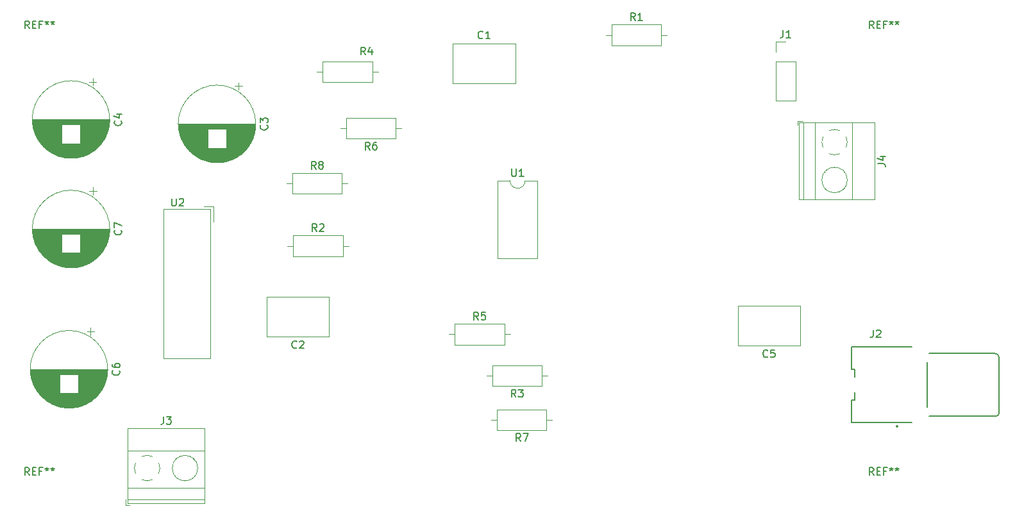
<source format=gbr>
%TF.GenerationSoftware,KiCad,Pcbnew,5.99.0+really5.1.10+dfsg1-1*%
%TF.CreationDate,2021-12-12T18:58:12-06:00*%
%TF.ProjectId,diyperksmic,64697970-6572-46b7-936d-69632e6b6963,rev?*%
%TF.SameCoordinates,Original*%
%TF.FileFunction,Legend,Top*%
%TF.FilePolarity,Positive*%
%FSLAX46Y46*%
G04 Gerber Fmt 4.6, Leading zero omitted, Abs format (unit mm)*
G04 Created by KiCad (PCBNEW 5.99.0+really5.1.10+dfsg1-1) date 2021-12-12 18:58:12*
%MOMM*%
%LPD*%
G01*
G04 APERTURE LIST*
%ADD10C,0.120000*%
%ADD11C,0.127000*%
%ADD12C,0.200000*%
%ADD13C,0.100000*%
%ADD14C,0.150000*%
G04 APERTURE END LIST*
D10*
%TO.C,R4*%
X129221360Y-48790860D02*
X128451360Y-48790860D01*
X121141360Y-48790860D02*
X121911360Y-48790860D01*
X128451360Y-47420860D02*
X121911360Y-47420860D01*
X128451360Y-50160860D02*
X128451360Y-47420860D01*
X121911360Y-50160860D02*
X128451360Y-50160860D01*
X121911360Y-47420860D02*
X121911360Y-50160860D01*
%TO.C,J1*%
X181717640Y-52564340D02*
X184377640Y-52564340D01*
X181717640Y-47424340D02*
X181717640Y-52564340D01*
X184377640Y-47424340D02*
X184377640Y-52564340D01*
X181717640Y-47424340D02*
X184377640Y-47424340D01*
X181717640Y-46154340D02*
X181717640Y-44824340D01*
X181717640Y-44824340D02*
X183047640Y-44824340D01*
D11*
%TO.C,J2*%
X192136960Y-92096340D02*
X192136960Y-91096340D01*
X210846960Y-94246340D02*
X201986960Y-94246340D01*
X211236960Y-86556340D02*
X211236960Y-93856340D01*
X201986960Y-85946340D02*
X210626960Y-85946340D01*
D12*
X197846960Y-95609340D02*
G75*
G03*
X197846960Y-95609340I-100000J0D01*
G01*
D11*
X192136960Y-89096340D02*
X192136960Y-88096340D01*
X191736960Y-85096340D02*
X199736960Y-85096340D01*
X191736960Y-88096340D02*
X191736960Y-85096340D01*
X192136960Y-88096340D02*
X191736960Y-88096340D01*
X191736960Y-92096340D02*
X192136960Y-92096340D01*
X191736960Y-95096340D02*
X191736960Y-92096340D01*
X201736960Y-93096340D02*
X201736960Y-87096340D01*
X191736960Y-95096340D02*
X199736960Y-95096340D01*
X210626960Y-85946340D02*
G75*
G02*
X211236960Y-86556340I0J-610000D01*
G01*
X211236960Y-93856340D02*
G75*
G02*
X210846960Y-94246340I-390000J0D01*
G01*
D10*
%TO.C,C6*%
X91777160Y-83079694D02*
X90777160Y-83079694D01*
X91277160Y-82579694D02*
X91277160Y-83579694D01*
X89001160Y-93140340D02*
X87803160Y-93140340D01*
X89264160Y-93100340D02*
X87540160Y-93100340D01*
X89464160Y-93060340D02*
X87340160Y-93060340D01*
X89632160Y-93020340D02*
X87172160Y-93020340D01*
X89780160Y-92980340D02*
X87024160Y-92980340D01*
X89912160Y-92940340D02*
X86892160Y-92940340D01*
X90032160Y-92900340D02*
X86772160Y-92900340D01*
X90144160Y-92860340D02*
X86660160Y-92860340D01*
X90248160Y-92820340D02*
X86556160Y-92820340D01*
X90346160Y-92780340D02*
X86458160Y-92780340D01*
X90439160Y-92740340D02*
X86365160Y-92740340D01*
X90527160Y-92700340D02*
X86277160Y-92700340D01*
X90611160Y-92660340D02*
X86193160Y-92660340D01*
X90691160Y-92620340D02*
X86113160Y-92620340D01*
X90767160Y-92580340D02*
X86037160Y-92580340D01*
X90841160Y-92540340D02*
X85963160Y-92540340D01*
X90912160Y-92500340D02*
X85892160Y-92500340D01*
X90981160Y-92460340D02*
X85823160Y-92460340D01*
X91047160Y-92420340D02*
X85757160Y-92420340D01*
X91111160Y-92380340D02*
X85693160Y-92380340D01*
X91172160Y-92340340D02*
X85632160Y-92340340D01*
X91232160Y-92300340D02*
X85572160Y-92300340D01*
X91291160Y-92260340D02*
X85513160Y-92260340D01*
X91347160Y-92220340D02*
X85457160Y-92220340D01*
X91402160Y-92180340D02*
X85402160Y-92180340D01*
X91456160Y-92140340D02*
X85348160Y-92140340D01*
X91508160Y-92100340D02*
X85296160Y-92100340D01*
X91558160Y-92060340D02*
X85246160Y-92060340D01*
X91608160Y-92020340D02*
X85196160Y-92020340D01*
X91656160Y-91980340D02*
X85148160Y-91980340D01*
X91703160Y-91940340D02*
X85101160Y-91940340D01*
X91749160Y-91900340D02*
X85055160Y-91900340D01*
X91794160Y-91860340D02*
X85010160Y-91860340D01*
X91838160Y-91820340D02*
X84966160Y-91820340D01*
X91880160Y-91780340D02*
X84924160Y-91780340D01*
X91922160Y-91740340D02*
X84882160Y-91740340D01*
X91963160Y-91700340D02*
X84841160Y-91700340D01*
X92003160Y-91660340D02*
X84801160Y-91660340D01*
X92042160Y-91620340D02*
X84762160Y-91620340D01*
X92081160Y-91580340D02*
X84723160Y-91580340D01*
X92118160Y-91540340D02*
X84686160Y-91540340D01*
X92155160Y-91500340D02*
X84649160Y-91500340D01*
X92191160Y-91460340D02*
X84613160Y-91460340D01*
X92226160Y-91420340D02*
X84578160Y-91420340D01*
X92260160Y-91380340D02*
X84544160Y-91380340D01*
X92294160Y-91340340D02*
X84510160Y-91340340D01*
X92327160Y-91300340D02*
X84477160Y-91300340D01*
X92359160Y-91260340D02*
X84445160Y-91260340D01*
X92391160Y-91220340D02*
X84413160Y-91220340D01*
X87161160Y-91180340D02*
X84382160Y-91180340D01*
X92422160Y-91180340D02*
X89643160Y-91180340D01*
X87161160Y-91140340D02*
X84352160Y-91140340D01*
X92452160Y-91140340D02*
X89643160Y-91140340D01*
X87161160Y-91100340D02*
X84322160Y-91100340D01*
X92482160Y-91100340D02*
X89643160Y-91100340D01*
X87161160Y-91060340D02*
X84292160Y-91060340D01*
X92512160Y-91060340D02*
X89643160Y-91060340D01*
X87161160Y-91020340D02*
X84264160Y-91020340D01*
X92540160Y-91020340D02*
X89643160Y-91020340D01*
X87161160Y-90980340D02*
X84236160Y-90980340D01*
X92568160Y-90980340D02*
X89643160Y-90980340D01*
X87161160Y-90940340D02*
X84208160Y-90940340D01*
X92596160Y-90940340D02*
X89643160Y-90940340D01*
X87161160Y-90900340D02*
X84181160Y-90900340D01*
X92623160Y-90900340D02*
X89643160Y-90900340D01*
X87161160Y-90860340D02*
X84155160Y-90860340D01*
X92649160Y-90860340D02*
X89643160Y-90860340D01*
X87161160Y-90820340D02*
X84129160Y-90820340D01*
X92675160Y-90820340D02*
X89643160Y-90820340D01*
X87161160Y-90780340D02*
X84104160Y-90780340D01*
X92700160Y-90780340D02*
X89643160Y-90780340D01*
X87161160Y-90740340D02*
X84079160Y-90740340D01*
X92725160Y-90740340D02*
X89643160Y-90740340D01*
X87161160Y-90700340D02*
X84055160Y-90700340D01*
X92749160Y-90700340D02*
X89643160Y-90700340D01*
X87161160Y-90660340D02*
X84031160Y-90660340D01*
X92773160Y-90660340D02*
X89643160Y-90660340D01*
X87161160Y-90620340D02*
X84007160Y-90620340D01*
X92797160Y-90620340D02*
X89643160Y-90620340D01*
X87161160Y-90580340D02*
X83985160Y-90580340D01*
X92819160Y-90580340D02*
X89643160Y-90580340D01*
X87161160Y-90540340D02*
X83962160Y-90540340D01*
X92842160Y-90540340D02*
X89643160Y-90540340D01*
X87161160Y-90500340D02*
X83940160Y-90500340D01*
X92864160Y-90500340D02*
X89643160Y-90500340D01*
X87161160Y-90460340D02*
X83919160Y-90460340D01*
X92885160Y-90460340D02*
X89643160Y-90460340D01*
X87161160Y-90420340D02*
X83898160Y-90420340D01*
X92906160Y-90420340D02*
X89643160Y-90420340D01*
X87161160Y-90380340D02*
X83877160Y-90380340D01*
X92927160Y-90380340D02*
X89643160Y-90380340D01*
X87161160Y-90340340D02*
X83857160Y-90340340D01*
X92947160Y-90340340D02*
X89643160Y-90340340D01*
X87161160Y-90300340D02*
X83838160Y-90300340D01*
X92966160Y-90300340D02*
X89643160Y-90300340D01*
X87161160Y-90260340D02*
X83818160Y-90260340D01*
X92986160Y-90260340D02*
X89643160Y-90260340D01*
X87161160Y-90220340D02*
X83799160Y-90220340D01*
X93005160Y-90220340D02*
X89643160Y-90220340D01*
X87161160Y-90180340D02*
X83781160Y-90180340D01*
X93023160Y-90180340D02*
X89643160Y-90180340D01*
X87161160Y-90140340D02*
X83763160Y-90140340D01*
X93041160Y-90140340D02*
X89643160Y-90140340D01*
X87161160Y-90100340D02*
X83745160Y-90100340D01*
X93059160Y-90100340D02*
X89643160Y-90100340D01*
X87161160Y-90060340D02*
X83728160Y-90060340D01*
X93076160Y-90060340D02*
X89643160Y-90060340D01*
X87161160Y-90020340D02*
X83712160Y-90020340D01*
X93092160Y-90020340D02*
X89643160Y-90020340D01*
X87161160Y-89980340D02*
X83695160Y-89980340D01*
X93109160Y-89980340D02*
X89643160Y-89980340D01*
X87161160Y-89940340D02*
X83679160Y-89940340D01*
X93125160Y-89940340D02*
X89643160Y-89940340D01*
X87161160Y-89900340D02*
X83664160Y-89900340D01*
X93140160Y-89900340D02*
X89643160Y-89900340D01*
X87161160Y-89860340D02*
X83648160Y-89860340D01*
X93156160Y-89860340D02*
X89643160Y-89860340D01*
X87161160Y-89820340D02*
X83634160Y-89820340D01*
X93170160Y-89820340D02*
X89643160Y-89820340D01*
X87161160Y-89780340D02*
X83619160Y-89780340D01*
X93185160Y-89780340D02*
X89643160Y-89780340D01*
X87161160Y-89740340D02*
X83605160Y-89740340D01*
X93199160Y-89740340D02*
X89643160Y-89740340D01*
X87161160Y-89700340D02*
X83591160Y-89700340D01*
X93213160Y-89700340D02*
X89643160Y-89700340D01*
X87161160Y-89660340D02*
X83578160Y-89660340D01*
X93226160Y-89660340D02*
X89643160Y-89660340D01*
X87161160Y-89620340D02*
X83565160Y-89620340D01*
X93239160Y-89620340D02*
X89643160Y-89620340D01*
X87161160Y-89580340D02*
X83552160Y-89580340D01*
X93252160Y-89580340D02*
X89643160Y-89580340D01*
X87161160Y-89540340D02*
X83540160Y-89540340D01*
X93264160Y-89540340D02*
X89643160Y-89540340D01*
X87161160Y-89500340D02*
X83528160Y-89500340D01*
X93276160Y-89500340D02*
X89643160Y-89500340D01*
X87161160Y-89460340D02*
X83517160Y-89460340D01*
X93287160Y-89460340D02*
X89643160Y-89460340D01*
X87161160Y-89420340D02*
X83505160Y-89420340D01*
X93299160Y-89420340D02*
X89643160Y-89420340D01*
X87161160Y-89380340D02*
X83495160Y-89380340D01*
X93309160Y-89380340D02*
X89643160Y-89380340D01*
X87161160Y-89340340D02*
X83484160Y-89340340D01*
X93320160Y-89340340D02*
X89643160Y-89340340D01*
X87161160Y-89300340D02*
X83474160Y-89300340D01*
X93330160Y-89300340D02*
X89643160Y-89300340D01*
X87161160Y-89260340D02*
X83464160Y-89260340D01*
X93340160Y-89260340D02*
X89643160Y-89260340D01*
X87161160Y-89220340D02*
X83455160Y-89220340D01*
X93349160Y-89220340D02*
X89643160Y-89220340D01*
X87161160Y-89180340D02*
X83446160Y-89180340D01*
X93358160Y-89180340D02*
X89643160Y-89180340D01*
X87161160Y-89140340D02*
X83437160Y-89140340D01*
X93367160Y-89140340D02*
X89643160Y-89140340D01*
X87161160Y-89100340D02*
X83428160Y-89100340D01*
X93376160Y-89100340D02*
X89643160Y-89100340D01*
X87161160Y-89060340D02*
X83420160Y-89060340D01*
X93384160Y-89060340D02*
X89643160Y-89060340D01*
X87161160Y-89020340D02*
X83412160Y-89020340D01*
X93392160Y-89020340D02*
X89643160Y-89020340D01*
X87161160Y-88980340D02*
X83405160Y-88980340D01*
X93399160Y-88980340D02*
X89643160Y-88980340D01*
X87161160Y-88940340D02*
X83398160Y-88940340D01*
X93406160Y-88940340D02*
X89643160Y-88940340D01*
X87161160Y-88900340D02*
X83391160Y-88900340D01*
X93413160Y-88900340D02*
X89643160Y-88900340D01*
X87161160Y-88860340D02*
X83384160Y-88860340D01*
X93420160Y-88860340D02*
X89643160Y-88860340D01*
X87161160Y-88820340D02*
X83378160Y-88820340D01*
X93426160Y-88820340D02*
X89643160Y-88820340D01*
X87161160Y-88780340D02*
X83372160Y-88780340D01*
X93432160Y-88780340D02*
X89643160Y-88780340D01*
X87161160Y-88739340D02*
X83367160Y-88739340D01*
X93437160Y-88739340D02*
X89643160Y-88739340D01*
X93442160Y-88699340D02*
X83362160Y-88699340D01*
X93447160Y-88659340D02*
X83357160Y-88659340D01*
X93452160Y-88619340D02*
X83352160Y-88619340D01*
X93456160Y-88579340D02*
X83348160Y-88579340D01*
X93460160Y-88539340D02*
X83344160Y-88539340D01*
X93464160Y-88499340D02*
X83340160Y-88499340D01*
X93467160Y-88459340D02*
X83337160Y-88459340D01*
X93470160Y-88419340D02*
X83334160Y-88419340D01*
X93472160Y-88379340D02*
X83332160Y-88379340D01*
X93475160Y-88339340D02*
X83329160Y-88339340D01*
X93477160Y-88299340D02*
X83327160Y-88299340D01*
X93479160Y-88259340D02*
X83325160Y-88259340D01*
X93480160Y-88219340D02*
X83324160Y-88219340D01*
X93481160Y-88179340D02*
X83323160Y-88179340D01*
X93482160Y-88139340D02*
X83322160Y-88139340D01*
X93482160Y-88099340D02*
X83322160Y-88099340D01*
X93482160Y-88059340D02*
X83322160Y-88059340D01*
X93522160Y-88059340D02*
G75*
G03*
X93522160Y-88059340I-5120000J0D01*
G01*
%TO.C,C7*%
X93793940Y-69532580D02*
G75*
G03*
X93793940Y-69532580I-5120000J0D01*
G01*
X93753940Y-69532580D02*
X83593940Y-69532580D01*
X93753940Y-69572580D02*
X83593940Y-69572580D01*
X93753940Y-69612580D02*
X83593940Y-69612580D01*
X93752940Y-69652580D02*
X83594940Y-69652580D01*
X93751940Y-69692580D02*
X83595940Y-69692580D01*
X93750940Y-69732580D02*
X83596940Y-69732580D01*
X93748940Y-69772580D02*
X83598940Y-69772580D01*
X93746940Y-69812580D02*
X83600940Y-69812580D01*
X93743940Y-69852580D02*
X83603940Y-69852580D01*
X93741940Y-69892580D02*
X83605940Y-69892580D01*
X93738940Y-69932580D02*
X83608940Y-69932580D01*
X93735940Y-69972580D02*
X83611940Y-69972580D01*
X93731940Y-70012580D02*
X83615940Y-70012580D01*
X93727940Y-70052580D02*
X83619940Y-70052580D01*
X93723940Y-70092580D02*
X83623940Y-70092580D01*
X93718940Y-70132580D02*
X83628940Y-70132580D01*
X93713940Y-70172580D02*
X83633940Y-70172580D01*
X93708940Y-70212580D02*
X89914940Y-70212580D01*
X87432940Y-70212580D02*
X83638940Y-70212580D01*
X93703940Y-70253580D02*
X89914940Y-70253580D01*
X87432940Y-70253580D02*
X83643940Y-70253580D01*
X93697940Y-70293580D02*
X89914940Y-70293580D01*
X87432940Y-70293580D02*
X83649940Y-70293580D01*
X93691940Y-70333580D02*
X89914940Y-70333580D01*
X87432940Y-70333580D02*
X83655940Y-70333580D01*
X93684940Y-70373580D02*
X89914940Y-70373580D01*
X87432940Y-70373580D02*
X83662940Y-70373580D01*
X93677940Y-70413580D02*
X89914940Y-70413580D01*
X87432940Y-70413580D02*
X83669940Y-70413580D01*
X93670940Y-70453580D02*
X89914940Y-70453580D01*
X87432940Y-70453580D02*
X83676940Y-70453580D01*
X93663940Y-70493580D02*
X89914940Y-70493580D01*
X87432940Y-70493580D02*
X83683940Y-70493580D01*
X93655940Y-70533580D02*
X89914940Y-70533580D01*
X87432940Y-70533580D02*
X83691940Y-70533580D01*
X93647940Y-70573580D02*
X89914940Y-70573580D01*
X87432940Y-70573580D02*
X83699940Y-70573580D01*
X93638940Y-70613580D02*
X89914940Y-70613580D01*
X87432940Y-70613580D02*
X83708940Y-70613580D01*
X93629940Y-70653580D02*
X89914940Y-70653580D01*
X87432940Y-70653580D02*
X83717940Y-70653580D01*
X93620940Y-70693580D02*
X89914940Y-70693580D01*
X87432940Y-70693580D02*
X83726940Y-70693580D01*
X93611940Y-70733580D02*
X89914940Y-70733580D01*
X87432940Y-70733580D02*
X83735940Y-70733580D01*
X93601940Y-70773580D02*
X89914940Y-70773580D01*
X87432940Y-70773580D02*
X83745940Y-70773580D01*
X93591940Y-70813580D02*
X89914940Y-70813580D01*
X87432940Y-70813580D02*
X83755940Y-70813580D01*
X93580940Y-70853580D02*
X89914940Y-70853580D01*
X87432940Y-70853580D02*
X83766940Y-70853580D01*
X93570940Y-70893580D02*
X89914940Y-70893580D01*
X87432940Y-70893580D02*
X83776940Y-70893580D01*
X93558940Y-70933580D02*
X89914940Y-70933580D01*
X87432940Y-70933580D02*
X83788940Y-70933580D01*
X93547940Y-70973580D02*
X89914940Y-70973580D01*
X87432940Y-70973580D02*
X83799940Y-70973580D01*
X93535940Y-71013580D02*
X89914940Y-71013580D01*
X87432940Y-71013580D02*
X83811940Y-71013580D01*
X93523940Y-71053580D02*
X89914940Y-71053580D01*
X87432940Y-71053580D02*
X83823940Y-71053580D01*
X93510940Y-71093580D02*
X89914940Y-71093580D01*
X87432940Y-71093580D02*
X83836940Y-71093580D01*
X93497940Y-71133580D02*
X89914940Y-71133580D01*
X87432940Y-71133580D02*
X83849940Y-71133580D01*
X93484940Y-71173580D02*
X89914940Y-71173580D01*
X87432940Y-71173580D02*
X83862940Y-71173580D01*
X93470940Y-71213580D02*
X89914940Y-71213580D01*
X87432940Y-71213580D02*
X83876940Y-71213580D01*
X93456940Y-71253580D02*
X89914940Y-71253580D01*
X87432940Y-71253580D02*
X83890940Y-71253580D01*
X93441940Y-71293580D02*
X89914940Y-71293580D01*
X87432940Y-71293580D02*
X83905940Y-71293580D01*
X93427940Y-71333580D02*
X89914940Y-71333580D01*
X87432940Y-71333580D02*
X83919940Y-71333580D01*
X93411940Y-71373580D02*
X89914940Y-71373580D01*
X87432940Y-71373580D02*
X83935940Y-71373580D01*
X93396940Y-71413580D02*
X89914940Y-71413580D01*
X87432940Y-71413580D02*
X83950940Y-71413580D01*
X93380940Y-71453580D02*
X89914940Y-71453580D01*
X87432940Y-71453580D02*
X83966940Y-71453580D01*
X93363940Y-71493580D02*
X89914940Y-71493580D01*
X87432940Y-71493580D02*
X83983940Y-71493580D01*
X93347940Y-71533580D02*
X89914940Y-71533580D01*
X87432940Y-71533580D02*
X83999940Y-71533580D01*
X93330940Y-71573580D02*
X89914940Y-71573580D01*
X87432940Y-71573580D02*
X84016940Y-71573580D01*
X93312940Y-71613580D02*
X89914940Y-71613580D01*
X87432940Y-71613580D02*
X84034940Y-71613580D01*
X93294940Y-71653580D02*
X89914940Y-71653580D01*
X87432940Y-71653580D02*
X84052940Y-71653580D01*
X93276940Y-71693580D02*
X89914940Y-71693580D01*
X87432940Y-71693580D02*
X84070940Y-71693580D01*
X93257940Y-71733580D02*
X89914940Y-71733580D01*
X87432940Y-71733580D02*
X84089940Y-71733580D01*
X93237940Y-71773580D02*
X89914940Y-71773580D01*
X87432940Y-71773580D02*
X84109940Y-71773580D01*
X93218940Y-71813580D02*
X89914940Y-71813580D01*
X87432940Y-71813580D02*
X84128940Y-71813580D01*
X93198940Y-71853580D02*
X89914940Y-71853580D01*
X87432940Y-71853580D02*
X84148940Y-71853580D01*
X93177940Y-71893580D02*
X89914940Y-71893580D01*
X87432940Y-71893580D02*
X84169940Y-71893580D01*
X93156940Y-71933580D02*
X89914940Y-71933580D01*
X87432940Y-71933580D02*
X84190940Y-71933580D01*
X93135940Y-71973580D02*
X89914940Y-71973580D01*
X87432940Y-71973580D02*
X84211940Y-71973580D01*
X93113940Y-72013580D02*
X89914940Y-72013580D01*
X87432940Y-72013580D02*
X84233940Y-72013580D01*
X93090940Y-72053580D02*
X89914940Y-72053580D01*
X87432940Y-72053580D02*
X84256940Y-72053580D01*
X93068940Y-72093580D02*
X89914940Y-72093580D01*
X87432940Y-72093580D02*
X84278940Y-72093580D01*
X93044940Y-72133580D02*
X89914940Y-72133580D01*
X87432940Y-72133580D02*
X84302940Y-72133580D01*
X93020940Y-72173580D02*
X89914940Y-72173580D01*
X87432940Y-72173580D02*
X84326940Y-72173580D01*
X92996940Y-72213580D02*
X89914940Y-72213580D01*
X87432940Y-72213580D02*
X84350940Y-72213580D01*
X92971940Y-72253580D02*
X89914940Y-72253580D01*
X87432940Y-72253580D02*
X84375940Y-72253580D01*
X92946940Y-72293580D02*
X89914940Y-72293580D01*
X87432940Y-72293580D02*
X84400940Y-72293580D01*
X92920940Y-72333580D02*
X89914940Y-72333580D01*
X87432940Y-72333580D02*
X84426940Y-72333580D01*
X92894940Y-72373580D02*
X89914940Y-72373580D01*
X87432940Y-72373580D02*
X84452940Y-72373580D01*
X92867940Y-72413580D02*
X89914940Y-72413580D01*
X87432940Y-72413580D02*
X84479940Y-72413580D01*
X92839940Y-72453580D02*
X89914940Y-72453580D01*
X87432940Y-72453580D02*
X84507940Y-72453580D01*
X92811940Y-72493580D02*
X89914940Y-72493580D01*
X87432940Y-72493580D02*
X84535940Y-72493580D01*
X92783940Y-72533580D02*
X89914940Y-72533580D01*
X87432940Y-72533580D02*
X84563940Y-72533580D01*
X92753940Y-72573580D02*
X89914940Y-72573580D01*
X87432940Y-72573580D02*
X84593940Y-72573580D01*
X92723940Y-72613580D02*
X89914940Y-72613580D01*
X87432940Y-72613580D02*
X84623940Y-72613580D01*
X92693940Y-72653580D02*
X89914940Y-72653580D01*
X87432940Y-72653580D02*
X84653940Y-72653580D01*
X92662940Y-72693580D02*
X84684940Y-72693580D01*
X92630940Y-72733580D02*
X84716940Y-72733580D01*
X92598940Y-72773580D02*
X84748940Y-72773580D01*
X92565940Y-72813580D02*
X84781940Y-72813580D01*
X92531940Y-72853580D02*
X84815940Y-72853580D01*
X92497940Y-72893580D02*
X84849940Y-72893580D01*
X92462940Y-72933580D02*
X84884940Y-72933580D01*
X92426940Y-72973580D02*
X84920940Y-72973580D01*
X92389940Y-73013580D02*
X84957940Y-73013580D01*
X92352940Y-73053580D02*
X84994940Y-73053580D01*
X92313940Y-73093580D02*
X85033940Y-73093580D01*
X92274940Y-73133580D02*
X85072940Y-73133580D01*
X92234940Y-73173580D02*
X85112940Y-73173580D01*
X92193940Y-73213580D02*
X85153940Y-73213580D01*
X92151940Y-73253580D02*
X85195940Y-73253580D01*
X92109940Y-73293580D02*
X85237940Y-73293580D01*
X92065940Y-73333580D02*
X85281940Y-73333580D01*
X92020940Y-73373580D02*
X85326940Y-73373580D01*
X91974940Y-73413580D02*
X85372940Y-73413580D01*
X91927940Y-73453580D02*
X85419940Y-73453580D01*
X91879940Y-73493580D02*
X85467940Y-73493580D01*
X91829940Y-73533580D02*
X85517940Y-73533580D01*
X91779940Y-73573580D02*
X85567940Y-73573580D01*
X91727940Y-73613580D02*
X85619940Y-73613580D01*
X91673940Y-73653580D02*
X85673940Y-73653580D01*
X91618940Y-73693580D02*
X85728940Y-73693580D01*
X91562940Y-73733580D02*
X85784940Y-73733580D01*
X91503940Y-73773580D02*
X85843940Y-73773580D01*
X91443940Y-73813580D02*
X85903940Y-73813580D01*
X91382940Y-73853580D02*
X85964940Y-73853580D01*
X91318940Y-73893580D02*
X86028940Y-73893580D01*
X91252940Y-73933580D02*
X86094940Y-73933580D01*
X91183940Y-73973580D02*
X86163940Y-73973580D01*
X91112940Y-74013580D02*
X86234940Y-74013580D01*
X91038940Y-74053580D02*
X86308940Y-74053580D01*
X90962940Y-74093580D02*
X86384940Y-74093580D01*
X90882940Y-74133580D02*
X86464940Y-74133580D01*
X90798940Y-74173580D02*
X86548940Y-74173580D01*
X90710940Y-74213580D02*
X86636940Y-74213580D01*
X90617940Y-74253580D02*
X86729940Y-74253580D01*
X90519940Y-74293580D02*
X86827940Y-74293580D01*
X90415940Y-74333580D02*
X86931940Y-74333580D01*
X90303940Y-74373580D02*
X87043940Y-74373580D01*
X90183940Y-74413580D02*
X87163940Y-74413580D01*
X90051940Y-74453580D02*
X87295940Y-74453580D01*
X89903940Y-74493580D02*
X87443940Y-74493580D01*
X89735940Y-74533580D02*
X87611940Y-74533580D01*
X89535940Y-74573580D02*
X87811940Y-74573580D01*
X89272940Y-74613580D02*
X88074940Y-74613580D01*
X91548940Y-64052934D02*
X91548940Y-65052934D01*
X92048940Y-64552934D02*
X91048940Y-64552934D01*
%TO.C,J4*%
X184596700Y-55266940D02*
X184596700Y-55766940D01*
X185336700Y-55266940D02*
X184596700Y-55266940D01*
X188473700Y-61839940D02*
X188427700Y-61792940D01*
X190771700Y-64136940D02*
X190735700Y-64101940D01*
X188257700Y-62032940D02*
X188222700Y-61997940D01*
X190565700Y-64341940D02*
X190519700Y-64294940D01*
X194757700Y-65626940D02*
X184836700Y-65626940D01*
X194757700Y-55506940D02*
X184836700Y-55506940D01*
X184836700Y-55506940D02*
X184836700Y-65626940D01*
X194757700Y-55506940D02*
X194757700Y-65626940D01*
X191797700Y-55506940D02*
X191797700Y-65626940D01*
X186896700Y-55506940D02*
X186896700Y-65626940D01*
X185396700Y-55506940D02*
X185396700Y-65626940D01*
X191176700Y-63066940D02*
G75*
G03*
X191176700Y-63066940I-1680000J0D01*
G01*
X187961944Y-58750258D02*
G75*
G02*
X187816700Y-58066940I1534756J683318D01*
G01*
X190179742Y-59602366D02*
G75*
G02*
X188812700Y-59601940I-683042J1535426D01*
G01*
X191032126Y-57383898D02*
G75*
G02*
X191031700Y-58750940I-1535426J-683042D01*
G01*
X188813658Y-56531514D02*
G75*
G02*
X190180700Y-56531940I683042J-1535426D01*
G01*
X187816447Y-58095745D02*
G75*
G02*
X187961700Y-57382940I1680253J28805D01*
G01*
%TO.C,U2*%
X107090200Y-66902440D02*
X100850200Y-66902440D01*
X107090200Y-86642440D02*
X107090200Y-66902440D01*
X100850200Y-86642440D02*
X107070200Y-86642440D01*
X100850200Y-66902440D02*
X100850200Y-86642440D01*
D13*
X107470200Y-66522440D02*
X107470200Y-68552440D01*
X107470200Y-66522440D02*
X106240200Y-66522440D01*
D10*
%TO.C,C3*%
X111322460Y-50679454D02*
X110322460Y-50679454D01*
X110822460Y-50179454D02*
X110822460Y-51179454D01*
X108546460Y-60740100D02*
X107348460Y-60740100D01*
X108809460Y-60700100D02*
X107085460Y-60700100D01*
X109009460Y-60660100D02*
X106885460Y-60660100D01*
X109177460Y-60620100D02*
X106717460Y-60620100D01*
X109325460Y-60580100D02*
X106569460Y-60580100D01*
X109457460Y-60540100D02*
X106437460Y-60540100D01*
X109577460Y-60500100D02*
X106317460Y-60500100D01*
X109689460Y-60460100D02*
X106205460Y-60460100D01*
X109793460Y-60420100D02*
X106101460Y-60420100D01*
X109891460Y-60380100D02*
X106003460Y-60380100D01*
X109984460Y-60340100D02*
X105910460Y-60340100D01*
X110072460Y-60300100D02*
X105822460Y-60300100D01*
X110156460Y-60260100D02*
X105738460Y-60260100D01*
X110236460Y-60220100D02*
X105658460Y-60220100D01*
X110312460Y-60180100D02*
X105582460Y-60180100D01*
X110386460Y-60140100D02*
X105508460Y-60140100D01*
X110457460Y-60100100D02*
X105437460Y-60100100D01*
X110526460Y-60060100D02*
X105368460Y-60060100D01*
X110592460Y-60020100D02*
X105302460Y-60020100D01*
X110656460Y-59980100D02*
X105238460Y-59980100D01*
X110717460Y-59940100D02*
X105177460Y-59940100D01*
X110777460Y-59900100D02*
X105117460Y-59900100D01*
X110836460Y-59860100D02*
X105058460Y-59860100D01*
X110892460Y-59820100D02*
X105002460Y-59820100D01*
X110947460Y-59780100D02*
X104947460Y-59780100D01*
X111001460Y-59740100D02*
X104893460Y-59740100D01*
X111053460Y-59700100D02*
X104841460Y-59700100D01*
X111103460Y-59660100D02*
X104791460Y-59660100D01*
X111153460Y-59620100D02*
X104741460Y-59620100D01*
X111201460Y-59580100D02*
X104693460Y-59580100D01*
X111248460Y-59540100D02*
X104646460Y-59540100D01*
X111294460Y-59500100D02*
X104600460Y-59500100D01*
X111339460Y-59460100D02*
X104555460Y-59460100D01*
X111383460Y-59420100D02*
X104511460Y-59420100D01*
X111425460Y-59380100D02*
X104469460Y-59380100D01*
X111467460Y-59340100D02*
X104427460Y-59340100D01*
X111508460Y-59300100D02*
X104386460Y-59300100D01*
X111548460Y-59260100D02*
X104346460Y-59260100D01*
X111587460Y-59220100D02*
X104307460Y-59220100D01*
X111626460Y-59180100D02*
X104268460Y-59180100D01*
X111663460Y-59140100D02*
X104231460Y-59140100D01*
X111700460Y-59100100D02*
X104194460Y-59100100D01*
X111736460Y-59060100D02*
X104158460Y-59060100D01*
X111771460Y-59020100D02*
X104123460Y-59020100D01*
X111805460Y-58980100D02*
X104089460Y-58980100D01*
X111839460Y-58940100D02*
X104055460Y-58940100D01*
X111872460Y-58900100D02*
X104022460Y-58900100D01*
X111904460Y-58860100D02*
X103990460Y-58860100D01*
X111936460Y-58820100D02*
X103958460Y-58820100D01*
X106706460Y-58780100D02*
X103927460Y-58780100D01*
X111967460Y-58780100D02*
X109188460Y-58780100D01*
X106706460Y-58740100D02*
X103897460Y-58740100D01*
X111997460Y-58740100D02*
X109188460Y-58740100D01*
X106706460Y-58700100D02*
X103867460Y-58700100D01*
X112027460Y-58700100D02*
X109188460Y-58700100D01*
X106706460Y-58660100D02*
X103837460Y-58660100D01*
X112057460Y-58660100D02*
X109188460Y-58660100D01*
X106706460Y-58620100D02*
X103809460Y-58620100D01*
X112085460Y-58620100D02*
X109188460Y-58620100D01*
X106706460Y-58580100D02*
X103781460Y-58580100D01*
X112113460Y-58580100D02*
X109188460Y-58580100D01*
X106706460Y-58540100D02*
X103753460Y-58540100D01*
X112141460Y-58540100D02*
X109188460Y-58540100D01*
X106706460Y-58500100D02*
X103726460Y-58500100D01*
X112168460Y-58500100D02*
X109188460Y-58500100D01*
X106706460Y-58460100D02*
X103700460Y-58460100D01*
X112194460Y-58460100D02*
X109188460Y-58460100D01*
X106706460Y-58420100D02*
X103674460Y-58420100D01*
X112220460Y-58420100D02*
X109188460Y-58420100D01*
X106706460Y-58380100D02*
X103649460Y-58380100D01*
X112245460Y-58380100D02*
X109188460Y-58380100D01*
X106706460Y-58340100D02*
X103624460Y-58340100D01*
X112270460Y-58340100D02*
X109188460Y-58340100D01*
X106706460Y-58300100D02*
X103600460Y-58300100D01*
X112294460Y-58300100D02*
X109188460Y-58300100D01*
X106706460Y-58260100D02*
X103576460Y-58260100D01*
X112318460Y-58260100D02*
X109188460Y-58260100D01*
X106706460Y-58220100D02*
X103552460Y-58220100D01*
X112342460Y-58220100D02*
X109188460Y-58220100D01*
X106706460Y-58180100D02*
X103530460Y-58180100D01*
X112364460Y-58180100D02*
X109188460Y-58180100D01*
X106706460Y-58140100D02*
X103507460Y-58140100D01*
X112387460Y-58140100D02*
X109188460Y-58140100D01*
X106706460Y-58100100D02*
X103485460Y-58100100D01*
X112409460Y-58100100D02*
X109188460Y-58100100D01*
X106706460Y-58060100D02*
X103464460Y-58060100D01*
X112430460Y-58060100D02*
X109188460Y-58060100D01*
X106706460Y-58020100D02*
X103443460Y-58020100D01*
X112451460Y-58020100D02*
X109188460Y-58020100D01*
X106706460Y-57980100D02*
X103422460Y-57980100D01*
X112472460Y-57980100D02*
X109188460Y-57980100D01*
X106706460Y-57940100D02*
X103402460Y-57940100D01*
X112492460Y-57940100D02*
X109188460Y-57940100D01*
X106706460Y-57900100D02*
X103383460Y-57900100D01*
X112511460Y-57900100D02*
X109188460Y-57900100D01*
X106706460Y-57860100D02*
X103363460Y-57860100D01*
X112531460Y-57860100D02*
X109188460Y-57860100D01*
X106706460Y-57820100D02*
X103344460Y-57820100D01*
X112550460Y-57820100D02*
X109188460Y-57820100D01*
X106706460Y-57780100D02*
X103326460Y-57780100D01*
X112568460Y-57780100D02*
X109188460Y-57780100D01*
X106706460Y-57740100D02*
X103308460Y-57740100D01*
X112586460Y-57740100D02*
X109188460Y-57740100D01*
X106706460Y-57700100D02*
X103290460Y-57700100D01*
X112604460Y-57700100D02*
X109188460Y-57700100D01*
X106706460Y-57660100D02*
X103273460Y-57660100D01*
X112621460Y-57660100D02*
X109188460Y-57660100D01*
X106706460Y-57620100D02*
X103257460Y-57620100D01*
X112637460Y-57620100D02*
X109188460Y-57620100D01*
X106706460Y-57580100D02*
X103240460Y-57580100D01*
X112654460Y-57580100D02*
X109188460Y-57580100D01*
X106706460Y-57540100D02*
X103224460Y-57540100D01*
X112670460Y-57540100D02*
X109188460Y-57540100D01*
X106706460Y-57500100D02*
X103209460Y-57500100D01*
X112685460Y-57500100D02*
X109188460Y-57500100D01*
X106706460Y-57460100D02*
X103193460Y-57460100D01*
X112701460Y-57460100D02*
X109188460Y-57460100D01*
X106706460Y-57420100D02*
X103179460Y-57420100D01*
X112715460Y-57420100D02*
X109188460Y-57420100D01*
X106706460Y-57380100D02*
X103164460Y-57380100D01*
X112730460Y-57380100D02*
X109188460Y-57380100D01*
X106706460Y-57340100D02*
X103150460Y-57340100D01*
X112744460Y-57340100D02*
X109188460Y-57340100D01*
X106706460Y-57300100D02*
X103136460Y-57300100D01*
X112758460Y-57300100D02*
X109188460Y-57300100D01*
X106706460Y-57260100D02*
X103123460Y-57260100D01*
X112771460Y-57260100D02*
X109188460Y-57260100D01*
X106706460Y-57220100D02*
X103110460Y-57220100D01*
X112784460Y-57220100D02*
X109188460Y-57220100D01*
X106706460Y-57180100D02*
X103097460Y-57180100D01*
X112797460Y-57180100D02*
X109188460Y-57180100D01*
X106706460Y-57140100D02*
X103085460Y-57140100D01*
X112809460Y-57140100D02*
X109188460Y-57140100D01*
X106706460Y-57100100D02*
X103073460Y-57100100D01*
X112821460Y-57100100D02*
X109188460Y-57100100D01*
X106706460Y-57060100D02*
X103062460Y-57060100D01*
X112832460Y-57060100D02*
X109188460Y-57060100D01*
X106706460Y-57020100D02*
X103050460Y-57020100D01*
X112844460Y-57020100D02*
X109188460Y-57020100D01*
X106706460Y-56980100D02*
X103040460Y-56980100D01*
X112854460Y-56980100D02*
X109188460Y-56980100D01*
X106706460Y-56940100D02*
X103029460Y-56940100D01*
X112865460Y-56940100D02*
X109188460Y-56940100D01*
X106706460Y-56900100D02*
X103019460Y-56900100D01*
X112875460Y-56900100D02*
X109188460Y-56900100D01*
X106706460Y-56860100D02*
X103009460Y-56860100D01*
X112885460Y-56860100D02*
X109188460Y-56860100D01*
X106706460Y-56820100D02*
X103000460Y-56820100D01*
X112894460Y-56820100D02*
X109188460Y-56820100D01*
X106706460Y-56780100D02*
X102991460Y-56780100D01*
X112903460Y-56780100D02*
X109188460Y-56780100D01*
X106706460Y-56740100D02*
X102982460Y-56740100D01*
X112912460Y-56740100D02*
X109188460Y-56740100D01*
X106706460Y-56700100D02*
X102973460Y-56700100D01*
X112921460Y-56700100D02*
X109188460Y-56700100D01*
X106706460Y-56660100D02*
X102965460Y-56660100D01*
X112929460Y-56660100D02*
X109188460Y-56660100D01*
X106706460Y-56620100D02*
X102957460Y-56620100D01*
X112937460Y-56620100D02*
X109188460Y-56620100D01*
X106706460Y-56580100D02*
X102950460Y-56580100D01*
X112944460Y-56580100D02*
X109188460Y-56580100D01*
X106706460Y-56540100D02*
X102943460Y-56540100D01*
X112951460Y-56540100D02*
X109188460Y-56540100D01*
X106706460Y-56500100D02*
X102936460Y-56500100D01*
X112958460Y-56500100D02*
X109188460Y-56500100D01*
X106706460Y-56460100D02*
X102929460Y-56460100D01*
X112965460Y-56460100D02*
X109188460Y-56460100D01*
X106706460Y-56420100D02*
X102923460Y-56420100D01*
X112971460Y-56420100D02*
X109188460Y-56420100D01*
X106706460Y-56380100D02*
X102917460Y-56380100D01*
X112977460Y-56380100D02*
X109188460Y-56380100D01*
X106706460Y-56339100D02*
X102912460Y-56339100D01*
X112982460Y-56339100D02*
X109188460Y-56339100D01*
X112987460Y-56299100D02*
X102907460Y-56299100D01*
X112992460Y-56259100D02*
X102902460Y-56259100D01*
X112997460Y-56219100D02*
X102897460Y-56219100D01*
X113001460Y-56179100D02*
X102893460Y-56179100D01*
X113005460Y-56139100D02*
X102889460Y-56139100D01*
X113009460Y-56099100D02*
X102885460Y-56099100D01*
X113012460Y-56059100D02*
X102882460Y-56059100D01*
X113015460Y-56019100D02*
X102879460Y-56019100D01*
X113017460Y-55979100D02*
X102877460Y-55979100D01*
X113020460Y-55939100D02*
X102874460Y-55939100D01*
X113022460Y-55899100D02*
X102872460Y-55899100D01*
X113024460Y-55859100D02*
X102870460Y-55859100D01*
X113025460Y-55819100D02*
X102869460Y-55819100D01*
X113026460Y-55779100D02*
X102868460Y-55779100D01*
X113027460Y-55739100D02*
X102867460Y-55739100D01*
X113027460Y-55699100D02*
X102867460Y-55699100D01*
X113027460Y-55659100D02*
X102867460Y-55659100D01*
X113067460Y-55659100D02*
G75*
G03*
X113067460Y-55659100I-5120000J0D01*
G01*
%TO.C,C4*%
X93783780Y-55074900D02*
G75*
G03*
X93783780Y-55074900I-5120000J0D01*
G01*
X93743780Y-55074900D02*
X83583780Y-55074900D01*
X93743780Y-55114900D02*
X83583780Y-55114900D01*
X93743780Y-55154900D02*
X83583780Y-55154900D01*
X93742780Y-55194900D02*
X83584780Y-55194900D01*
X93741780Y-55234900D02*
X83585780Y-55234900D01*
X93740780Y-55274900D02*
X83586780Y-55274900D01*
X93738780Y-55314900D02*
X83588780Y-55314900D01*
X93736780Y-55354900D02*
X83590780Y-55354900D01*
X93733780Y-55394900D02*
X83593780Y-55394900D01*
X93731780Y-55434900D02*
X83595780Y-55434900D01*
X93728780Y-55474900D02*
X83598780Y-55474900D01*
X93725780Y-55514900D02*
X83601780Y-55514900D01*
X93721780Y-55554900D02*
X83605780Y-55554900D01*
X93717780Y-55594900D02*
X83609780Y-55594900D01*
X93713780Y-55634900D02*
X83613780Y-55634900D01*
X93708780Y-55674900D02*
X83618780Y-55674900D01*
X93703780Y-55714900D02*
X83623780Y-55714900D01*
X93698780Y-55754900D02*
X89904780Y-55754900D01*
X87422780Y-55754900D02*
X83628780Y-55754900D01*
X93693780Y-55795900D02*
X89904780Y-55795900D01*
X87422780Y-55795900D02*
X83633780Y-55795900D01*
X93687780Y-55835900D02*
X89904780Y-55835900D01*
X87422780Y-55835900D02*
X83639780Y-55835900D01*
X93681780Y-55875900D02*
X89904780Y-55875900D01*
X87422780Y-55875900D02*
X83645780Y-55875900D01*
X93674780Y-55915900D02*
X89904780Y-55915900D01*
X87422780Y-55915900D02*
X83652780Y-55915900D01*
X93667780Y-55955900D02*
X89904780Y-55955900D01*
X87422780Y-55955900D02*
X83659780Y-55955900D01*
X93660780Y-55995900D02*
X89904780Y-55995900D01*
X87422780Y-55995900D02*
X83666780Y-55995900D01*
X93653780Y-56035900D02*
X89904780Y-56035900D01*
X87422780Y-56035900D02*
X83673780Y-56035900D01*
X93645780Y-56075900D02*
X89904780Y-56075900D01*
X87422780Y-56075900D02*
X83681780Y-56075900D01*
X93637780Y-56115900D02*
X89904780Y-56115900D01*
X87422780Y-56115900D02*
X83689780Y-56115900D01*
X93628780Y-56155900D02*
X89904780Y-56155900D01*
X87422780Y-56155900D02*
X83698780Y-56155900D01*
X93619780Y-56195900D02*
X89904780Y-56195900D01*
X87422780Y-56195900D02*
X83707780Y-56195900D01*
X93610780Y-56235900D02*
X89904780Y-56235900D01*
X87422780Y-56235900D02*
X83716780Y-56235900D01*
X93601780Y-56275900D02*
X89904780Y-56275900D01*
X87422780Y-56275900D02*
X83725780Y-56275900D01*
X93591780Y-56315900D02*
X89904780Y-56315900D01*
X87422780Y-56315900D02*
X83735780Y-56315900D01*
X93581780Y-56355900D02*
X89904780Y-56355900D01*
X87422780Y-56355900D02*
X83745780Y-56355900D01*
X93570780Y-56395900D02*
X89904780Y-56395900D01*
X87422780Y-56395900D02*
X83756780Y-56395900D01*
X93560780Y-56435900D02*
X89904780Y-56435900D01*
X87422780Y-56435900D02*
X83766780Y-56435900D01*
X93548780Y-56475900D02*
X89904780Y-56475900D01*
X87422780Y-56475900D02*
X83778780Y-56475900D01*
X93537780Y-56515900D02*
X89904780Y-56515900D01*
X87422780Y-56515900D02*
X83789780Y-56515900D01*
X93525780Y-56555900D02*
X89904780Y-56555900D01*
X87422780Y-56555900D02*
X83801780Y-56555900D01*
X93513780Y-56595900D02*
X89904780Y-56595900D01*
X87422780Y-56595900D02*
X83813780Y-56595900D01*
X93500780Y-56635900D02*
X89904780Y-56635900D01*
X87422780Y-56635900D02*
X83826780Y-56635900D01*
X93487780Y-56675900D02*
X89904780Y-56675900D01*
X87422780Y-56675900D02*
X83839780Y-56675900D01*
X93474780Y-56715900D02*
X89904780Y-56715900D01*
X87422780Y-56715900D02*
X83852780Y-56715900D01*
X93460780Y-56755900D02*
X89904780Y-56755900D01*
X87422780Y-56755900D02*
X83866780Y-56755900D01*
X93446780Y-56795900D02*
X89904780Y-56795900D01*
X87422780Y-56795900D02*
X83880780Y-56795900D01*
X93431780Y-56835900D02*
X89904780Y-56835900D01*
X87422780Y-56835900D02*
X83895780Y-56835900D01*
X93417780Y-56875900D02*
X89904780Y-56875900D01*
X87422780Y-56875900D02*
X83909780Y-56875900D01*
X93401780Y-56915900D02*
X89904780Y-56915900D01*
X87422780Y-56915900D02*
X83925780Y-56915900D01*
X93386780Y-56955900D02*
X89904780Y-56955900D01*
X87422780Y-56955900D02*
X83940780Y-56955900D01*
X93370780Y-56995900D02*
X89904780Y-56995900D01*
X87422780Y-56995900D02*
X83956780Y-56995900D01*
X93353780Y-57035900D02*
X89904780Y-57035900D01*
X87422780Y-57035900D02*
X83973780Y-57035900D01*
X93337780Y-57075900D02*
X89904780Y-57075900D01*
X87422780Y-57075900D02*
X83989780Y-57075900D01*
X93320780Y-57115900D02*
X89904780Y-57115900D01*
X87422780Y-57115900D02*
X84006780Y-57115900D01*
X93302780Y-57155900D02*
X89904780Y-57155900D01*
X87422780Y-57155900D02*
X84024780Y-57155900D01*
X93284780Y-57195900D02*
X89904780Y-57195900D01*
X87422780Y-57195900D02*
X84042780Y-57195900D01*
X93266780Y-57235900D02*
X89904780Y-57235900D01*
X87422780Y-57235900D02*
X84060780Y-57235900D01*
X93247780Y-57275900D02*
X89904780Y-57275900D01*
X87422780Y-57275900D02*
X84079780Y-57275900D01*
X93227780Y-57315900D02*
X89904780Y-57315900D01*
X87422780Y-57315900D02*
X84099780Y-57315900D01*
X93208780Y-57355900D02*
X89904780Y-57355900D01*
X87422780Y-57355900D02*
X84118780Y-57355900D01*
X93188780Y-57395900D02*
X89904780Y-57395900D01*
X87422780Y-57395900D02*
X84138780Y-57395900D01*
X93167780Y-57435900D02*
X89904780Y-57435900D01*
X87422780Y-57435900D02*
X84159780Y-57435900D01*
X93146780Y-57475900D02*
X89904780Y-57475900D01*
X87422780Y-57475900D02*
X84180780Y-57475900D01*
X93125780Y-57515900D02*
X89904780Y-57515900D01*
X87422780Y-57515900D02*
X84201780Y-57515900D01*
X93103780Y-57555900D02*
X89904780Y-57555900D01*
X87422780Y-57555900D02*
X84223780Y-57555900D01*
X93080780Y-57595900D02*
X89904780Y-57595900D01*
X87422780Y-57595900D02*
X84246780Y-57595900D01*
X93058780Y-57635900D02*
X89904780Y-57635900D01*
X87422780Y-57635900D02*
X84268780Y-57635900D01*
X93034780Y-57675900D02*
X89904780Y-57675900D01*
X87422780Y-57675900D02*
X84292780Y-57675900D01*
X93010780Y-57715900D02*
X89904780Y-57715900D01*
X87422780Y-57715900D02*
X84316780Y-57715900D01*
X92986780Y-57755900D02*
X89904780Y-57755900D01*
X87422780Y-57755900D02*
X84340780Y-57755900D01*
X92961780Y-57795900D02*
X89904780Y-57795900D01*
X87422780Y-57795900D02*
X84365780Y-57795900D01*
X92936780Y-57835900D02*
X89904780Y-57835900D01*
X87422780Y-57835900D02*
X84390780Y-57835900D01*
X92910780Y-57875900D02*
X89904780Y-57875900D01*
X87422780Y-57875900D02*
X84416780Y-57875900D01*
X92884780Y-57915900D02*
X89904780Y-57915900D01*
X87422780Y-57915900D02*
X84442780Y-57915900D01*
X92857780Y-57955900D02*
X89904780Y-57955900D01*
X87422780Y-57955900D02*
X84469780Y-57955900D01*
X92829780Y-57995900D02*
X89904780Y-57995900D01*
X87422780Y-57995900D02*
X84497780Y-57995900D01*
X92801780Y-58035900D02*
X89904780Y-58035900D01*
X87422780Y-58035900D02*
X84525780Y-58035900D01*
X92773780Y-58075900D02*
X89904780Y-58075900D01*
X87422780Y-58075900D02*
X84553780Y-58075900D01*
X92743780Y-58115900D02*
X89904780Y-58115900D01*
X87422780Y-58115900D02*
X84583780Y-58115900D01*
X92713780Y-58155900D02*
X89904780Y-58155900D01*
X87422780Y-58155900D02*
X84613780Y-58155900D01*
X92683780Y-58195900D02*
X89904780Y-58195900D01*
X87422780Y-58195900D02*
X84643780Y-58195900D01*
X92652780Y-58235900D02*
X84674780Y-58235900D01*
X92620780Y-58275900D02*
X84706780Y-58275900D01*
X92588780Y-58315900D02*
X84738780Y-58315900D01*
X92555780Y-58355900D02*
X84771780Y-58355900D01*
X92521780Y-58395900D02*
X84805780Y-58395900D01*
X92487780Y-58435900D02*
X84839780Y-58435900D01*
X92452780Y-58475900D02*
X84874780Y-58475900D01*
X92416780Y-58515900D02*
X84910780Y-58515900D01*
X92379780Y-58555900D02*
X84947780Y-58555900D01*
X92342780Y-58595900D02*
X84984780Y-58595900D01*
X92303780Y-58635900D02*
X85023780Y-58635900D01*
X92264780Y-58675900D02*
X85062780Y-58675900D01*
X92224780Y-58715900D02*
X85102780Y-58715900D01*
X92183780Y-58755900D02*
X85143780Y-58755900D01*
X92141780Y-58795900D02*
X85185780Y-58795900D01*
X92099780Y-58835900D02*
X85227780Y-58835900D01*
X92055780Y-58875900D02*
X85271780Y-58875900D01*
X92010780Y-58915900D02*
X85316780Y-58915900D01*
X91964780Y-58955900D02*
X85362780Y-58955900D01*
X91917780Y-58995900D02*
X85409780Y-58995900D01*
X91869780Y-59035900D02*
X85457780Y-59035900D01*
X91819780Y-59075900D02*
X85507780Y-59075900D01*
X91769780Y-59115900D02*
X85557780Y-59115900D01*
X91717780Y-59155900D02*
X85609780Y-59155900D01*
X91663780Y-59195900D02*
X85663780Y-59195900D01*
X91608780Y-59235900D02*
X85718780Y-59235900D01*
X91552780Y-59275900D02*
X85774780Y-59275900D01*
X91493780Y-59315900D02*
X85833780Y-59315900D01*
X91433780Y-59355900D02*
X85893780Y-59355900D01*
X91372780Y-59395900D02*
X85954780Y-59395900D01*
X91308780Y-59435900D02*
X86018780Y-59435900D01*
X91242780Y-59475900D02*
X86084780Y-59475900D01*
X91173780Y-59515900D02*
X86153780Y-59515900D01*
X91102780Y-59555900D02*
X86224780Y-59555900D01*
X91028780Y-59595900D02*
X86298780Y-59595900D01*
X90952780Y-59635900D02*
X86374780Y-59635900D01*
X90872780Y-59675900D02*
X86454780Y-59675900D01*
X90788780Y-59715900D02*
X86538780Y-59715900D01*
X90700780Y-59755900D02*
X86626780Y-59755900D01*
X90607780Y-59795900D02*
X86719780Y-59795900D01*
X90509780Y-59835900D02*
X86817780Y-59835900D01*
X90405780Y-59875900D02*
X86921780Y-59875900D01*
X90293780Y-59915900D02*
X87033780Y-59915900D01*
X90173780Y-59955900D02*
X87153780Y-59955900D01*
X90041780Y-59995900D02*
X87285780Y-59995900D01*
X89893780Y-60035900D02*
X87433780Y-60035900D01*
X89725780Y-60075900D02*
X87601780Y-60075900D01*
X89525780Y-60115900D02*
X87801780Y-60115900D01*
X89262780Y-60155900D02*
X88064780Y-60155900D01*
X91538780Y-49595254D02*
X91538780Y-50595254D01*
X92038780Y-50095254D02*
X91038780Y-50095254D01*
%TO.C,J3*%
X95929800Y-106017400D02*
X96429800Y-106017400D01*
X95929800Y-105277400D02*
X95929800Y-106017400D01*
X102502800Y-102140400D02*
X102455800Y-102186400D01*
X104799800Y-99842400D02*
X104764800Y-99878400D01*
X102695800Y-102356400D02*
X102660800Y-102391400D01*
X105004800Y-100048400D02*
X104957800Y-100094400D01*
X106289800Y-95856400D02*
X106289800Y-105777400D01*
X96169800Y-95856400D02*
X96169800Y-105777400D01*
X96169800Y-105777400D02*
X106289800Y-105777400D01*
X96169800Y-95856400D02*
X106289800Y-95856400D01*
X96169800Y-98816400D02*
X106289800Y-98816400D01*
X96169800Y-103717400D02*
X106289800Y-103717400D01*
X96169800Y-105217400D02*
X106289800Y-105217400D01*
X105409800Y-101117400D02*
G75*
G03*
X105409800Y-101117400I-1680000J0D01*
G01*
X99413118Y-102652156D02*
G75*
G02*
X98729800Y-102797400I-683318J1534756D01*
G01*
X100265226Y-100434358D02*
G75*
G02*
X100264800Y-101801400I-1535426J-683042D01*
G01*
X98046758Y-99581974D02*
G75*
G02*
X99413800Y-99582400I683042J-1535426D01*
G01*
X97194374Y-101800442D02*
G75*
G02*
X97194800Y-100433400I1535426J683042D01*
G01*
X98758605Y-102797653D02*
G75*
G02*
X98045800Y-102652400I-28805J1680253D01*
G01*
%TO.C,U1*%
X150292580Y-63152980D02*
X148642580Y-63152980D01*
X150292580Y-73432980D02*
X150292580Y-63152980D01*
X144992580Y-73432980D02*
X150292580Y-73432980D01*
X144992580Y-63152980D02*
X144992580Y-73432980D01*
X146642580Y-63152980D02*
X144992580Y-63152980D01*
X148642580Y-63152980D02*
G75*
G02*
X146642580Y-63152980I-1000000J0D01*
G01*
%TO.C,C1*%
X139101080Y-45083740D02*
X147341080Y-45083740D01*
X139101080Y-50323740D02*
X147341080Y-50323740D01*
X139101080Y-45083740D02*
X139101080Y-50323740D01*
X147341080Y-45083740D02*
X147341080Y-50323740D01*
%TO.C,C2*%
X114525300Y-83727280D02*
X114525300Y-78487280D01*
X122765300Y-83727280D02*
X122765300Y-78487280D01*
X122765300Y-78487280D02*
X114525300Y-78487280D01*
X122765300Y-83727280D02*
X114525300Y-83727280D01*
%TO.C,C5*%
X176717200Y-84910920D02*
X176717200Y-79670920D01*
X184957200Y-84910920D02*
X184957200Y-79670920D01*
X184957200Y-79670920D02*
X176717200Y-79670920D01*
X184957200Y-84910920D02*
X176717200Y-84910920D01*
%TO.C,R1*%
X160067240Y-42546600D02*
X160067240Y-45286600D01*
X160067240Y-45286600D02*
X166607240Y-45286600D01*
X166607240Y-45286600D02*
X166607240Y-42546600D01*
X166607240Y-42546600D02*
X160067240Y-42546600D01*
X159297240Y-43916600D02*
X160067240Y-43916600D01*
X167377240Y-43916600D02*
X166607240Y-43916600D01*
%TO.C,R2*%
X118027700Y-70410400D02*
X118027700Y-73150400D01*
X118027700Y-73150400D02*
X124567700Y-73150400D01*
X124567700Y-73150400D02*
X124567700Y-70410400D01*
X124567700Y-70410400D02*
X118027700Y-70410400D01*
X117257700Y-71780400D02*
X118027700Y-71780400D01*
X125337700Y-71780400D02*
X124567700Y-71780400D01*
%TO.C,R3*%
X143536540Y-88922860D02*
X144306540Y-88922860D01*
X151616540Y-88922860D02*
X150846540Y-88922860D01*
X144306540Y-90292860D02*
X150846540Y-90292860D01*
X144306540Y-87552860D02*
X144306540Y-90292860D01*
X150846540Y-87552860D02*
X144306540Y-87552860D01*
X150846540Y-90292860D02*
X150846540Y-87552860D01*
%TO.C,R5*%
X146678780Y-83444080D02*
X145908780Y-83444080D01*
X138598780Y-83444080D02*
X139368780Y-83444080D01*
X145908780Y-82074080D02*
X139368780Y-82074080D01*
X145908780Y-84814080D02*
X145908780Y-82074080D01*
X139368780Y-84814080D02*
X145908780Y-84814080D01*
X139368780Y-82074080D02*
X139368780Y-84814080D01*
%TO.C,R6*%
X131570480Y-57620840D02*
X131570480Y-54880840D01*
X131570480Y-54880840D02*
X125030480Y-54880840D01*
X125030480Y-54880840D02*
X125030480Y-57620840D01*
X125030480Y-57620840D02*
X131570480Y-57620840D01*
X132340480Y-56250840D02*
X131570480Y-56250840D01*
X124260480Y-56250840D02*
X125030480Y-56250840D01*
%TO.C,R7*%
X151468840Y-96109460D02*
X151468840Y-93369460D01*
X151468840Y-93369460D02*
X144928840Y-93369460D01*
X144928840Y-93369460D02*
X144928840Y-96109460D01*
X144928840Y-96109460D02*
X151468840Y-96109460D01*
X152238840Y-94739460D02*
X151468840Y-94739460D01*
X144158840Y-94739460D02*
X144928840Y-94739460D01*
%TO.C,R8*%
X125228480Y-63527940D02*
X124458480Y-63527940D01*
X117148480Y-63527940D02*
X117918480Y-63527940D01*
X124458480Y-62157940D02*
X117918480Y-62157940D01*
X124458480Y-64897940D02*
X124458480Y-62157940D01*
X117918480Y-64897940D02*
X124458480Y-64897940D01*
X117918480Y-62157940D02*
X117918480Y-64897940D01*
%TO.C,R4*%
D14*
X127554693Y-46523240D02*
X127221360Y-46047050D01*
X126983264Y-46523240D02*
X126983264Y-45523240D01*
X127364217Y-45523240D01*
X127459455Y-45570860D01*
X127507074Y-45618479D01*
X127554693Y-45713717D01*
X127554693Y-45856574D01*
X127507074Y-45951812D01*
X127459455Y-45999431D01*
X127364217Y-46047050D01*
X126983264Y-46047050D01*
X128411836Y-45856574D02*
X128411836Y-46523240D01*
X128173740Y-45475621D02*
X127935645Y-46189907D01*
X128554693Y-46189907D01*
%TO.C,J1*%
X182714306Y-43276720D02*
X182714306Y-43991006D01*
X182666687Y-44133863D01*
X182571449Y-44229101D01*
X182428592Y-44276720D01*
X182333354Y-44276720D01*
X183714306Y-44276720D02*
X183142878Y-44276720D01*
X183428592Y-44276720D02*
X183428592Y-43276720D01*
X183333354Y-43419578D01*
X183238116Y-43514816D01*
X183142878Y-43562435D01*
%TO.C,REF\u002A\u002A*%
X194666666Y-43052380D02*
X194333333Y-42576190D01*
X194095238Y-43052380D02*
X194095238Y-42052380D01*
X194476190Y-42052380D01*
X194571428Y-42100000D01*
X194619047Y-42147619D01*
X194666666Y-42242857D01*
X194666666Y-42385714D01*
X194619047Y-42480952D01*
X194571428Y-42528571D01*
X194476190Y-42576190D01*
X194095238Y-42576190D01*
X195095238Y-42528571D02*
X195428571Y-42528571D01*
X195571428Y-43052380D02*
X195095238Y-43052380D01*
X195095238Y-42052380D01*
X195571428Y-42052380D01*
X196333333Y-42528571D02*
X196000000Y-42528571D01*
X196000000Y-43052380D02*
X196000000Y-42052380D01*
X196476190Y-42052380D01*
X197000000Y-42052380D02*
X197000000Y-42290476D01*
X196761904Y-42195238D02*
X197000000Y-42290476D01*
X197238095Y-42195238D01*
X196857142Y-42480952D02*
X197000000Y-42290476D01*
X197142857Y-42480952D01*
X197761904Y-42052380D02*
X197761904Y-42290476D01*
X197523809Y-42195238D02*
X197761904Y-42290476D01*
X198000000Y-42195238D01*
X197619047Y-42480952D02*
X197761904Y-42290476D01*
X197904761Y-42480952D01*
X194666666Y-102052380D02*
X194333333Y-101576190D01*
X194095238Y-102052380D02*
X194095238Y-101052380D01*
X194476190Y-101052380D01*
X194571428Y-101100000D01*
X194619047Y-101147619D01*
X194666666Y-101242857D01*
X194666666Y-101385714D01*
X194619047Y-101480952D01*
X194571428Y-101528571D01*
X194476190Y-101576190D01*
X194095238Y-101576190D01*
X195095238Y-101528571D02*
X195428571Y-101528571D01*
X195571428Y-102052380D02*
X195095238Y-102052380D01*
X195095238Y-101052380D01*
X195571428Y-101052380D01*
X196333333Y-101528571D02*
X196000000Y-101528571D01*
X196000000Y-102052380D02*
X196000000Y-101052380D01*
X196476190Y-101052380D01*
X197000000Y-101052380D02*
X197000000Y-101290476D01*
X196761904Y-101195238D02*
X197000000Y-101290476D01*
X197238095Y-101195238D01*
X196857142Y-101480952D02*
X197000000Y-101290476D01*
X197142857Y-101480952D01*
X197761904Y-101052380D02*
X197761904Y-101290476D01*
X197523809Y-101195238D02*
X197761904Y-101290476D01*
X198000000Y-101195238D01*
X197619047Y-101480952D02*
X197761904Y-101290476D01*
X197904761Y-101480952D01*
%TO.C,J2*%
X194586045Y-82857544D02*
X194586045Y-83577414D01*
X194538053Y-83721388D01*
X194442071Y-83817371D01*
X194298097Y-83865363D01*
X194202114Y-83865363D01*
X195017967Y-82953526D02*
X195065959Y-82905535D01*
X195161941Y-82857544D01*
X195401898Y-82857544D01*
X195497881Y-82905535D01*
X195545872Y-82953526D01*
X195593864Y-83049509D01*
X195593864Y-83145492D01*
X195545872Y-83289466D01*
X194969976Y-83865363D01*
X195593864Y-83865363D01*
%TO.C,REF\u002A\u002A*%
X83166666Y-102052380D02*
X82833333Y-101576190D01*
X82595238Y-102052380D02*
X82595238Y-101052380D01*
X82976190Y-101052380D01*
X83071428Y-101100000D01*
X83119047Y-101147619D01*
X83166666Y-101242857D01*
X83166666Y-101385714D01*
X83119047Y-101480952D01*
X83071428Y-101528571D01*
X82976190Y-101576190D01*
X82595238Y-101576190D01*
X83595238Y-101528571D02*
X83928571Y-101528571D01*
X84071428Y-102052380D02*
X83595238Y-102052380D01*
X83595238Y-101052380D01*
X84071428Y-101052380D01*
X84833333Y-101528571D02*
X84500000Y-101528571D01*
X84500000Y-102052380D02*
X84500000Y-101052380D01*
X84976190Y-101052380D01*
X85500000Y-101052380D02*
X85500000Y-101290476D01*
X85261904Y-101195238D02*
X85500000Y-101290476D01*
X85738095Y-101195238D01*
X85357142Y-101480952D02*
X85500000Y-101290476D01*
X85642857Y-101480952D01*
X86261904Y-101052380D02*
X86261904Y-101290476D01*
X86023809Y-101195238D02*
X86261904Y-101290476D01*
X86500000Y-101195238D01*
X86119047Y-101480952D02*
X86261904Y-101290476D01*
X86404761Y-101480952D01*
X83166666Y-43052380D02*
X82833333Y-42576190D01*
X82595238Y-43052380D02*
X82595238Y-42052380D01*
X82976190Y-42052380D01*
X83071428Y-42100000D01*
X83119047Y-42147619D01*
X83166666Y-42242857D01*
X83166666Y-42385714D01*
X83119047Y-42480952D01*
X83071428Y-42528571D01*
X82976190Y-42576190D01*
X82595238Y-42576190D01*
X83595238Y-42528571D02*
X83928571Y-42528571D01*
X84071428Y-43052380D02*
X83595238Y-43052380D01*
X83595238Y-42052380D01*
X84071428Y-42052380D01*
X84833333Y-42528571D02*
X84500000Y-42528571D01*
X84500000Y-43052380D02*
X84500000Y-42052380D01*
X84976190Y-42052380D01*
X85500000Y-42052380D02*
X85500000Y-42290476D01*
X85261904Y-42195238D02*
X85500000Y-42290476D01*
X85738095Y-42195238D01*
X85357142Y-42480952D02*
X85500000Y-42290476D01*
X85642857Y-42480952D01*
X86261904Y-42052380D02*
X86261904Y-42290476D01*
X86023809Y-42195238D02*
X86261904Y-42290476D01*
X86500000Y-42195238D01*
X86119047Y-42480952D02*
X86261904Y-42290476D01*
X86404761Y-42480952D01*
%TO.C,C6*%
X95009302Y-88226006D02*
X95056921Y-88273625D01*
X95104540Y-88416482D01*
X95104540Y-88511720D01*
X95056921Y-88654578D01*
X94961683Y-88749816D01*
X94866445Y-88797435D01*
X94675969Y-88845054D01*
X94533112Y-88845054D01*
X94342636Y-88797435D01*
X94247398Y-88749816D01*
X94152160Y-88654578D01*
X94104540Y-88511720D01*
X94104540Y-88416482D01*
X94152160Y-88273625D01*
X94199779Y-88226006D01*
X94104540Y-87368863D02*
X94104540Y-87559340D01*
X94152160Y-87654578D01*
X94199779Y-87702197D01*
X94342636Y-87797435D01*
X94533112Y-87845054D01*
X94914064Y-87845054D01*
X95009302Y-87797435D01*
X95056921Y-87749816D01*
X95104540Y-87654578D01*
X95104540Y-87464101D01*
X95056921Y-87368863D01*
X95009302Y-87321244D01*
X94914064Y-87273625D01*
X94675969Y-87273625D01*
X94580731Y-87321244D01*
X94533112Y-87368863D01*
X94485493Y-87464101D01*
X94485493Y-87654578D01*
X94533112Y-87749816D01*
X94580731Y-87797435D01*
X94675969Y-87845054D01*
%TO.C,C7*%
X95281082Y-69699246D02*
X95328701Y-69746865D01*
X95376320Y-69889722D01*
X95376320Y-69984960D01*
X95328701Y-70127818D01*
X95233463Y-70223056D01*
X95138225Y-70270675D01*
X94947749Y-70318294D01*
X94804892Y-70318294D01*
X94614416Y-70270675D01*
X94519178Y-70223056D01*
X94423940Y-70127818D01*
X94376320Y-69984960D01*
X94376320Y-69889722D01*
X94423940Y-69746865D01*
X94471559Y-69699246D01*
X94376320Y-69365913D02*
X94376320Y-68699246D01*
X95376320Y-69127818D01*
%TO.C,J4*%
X195209080Y-60900273D02*
X195923366Y-60900273D01*
X196066223Y-60947892D01*
X196161461Y-61043130D01*
X196209080Y-61185987D01*
X196209080Y-61281225D01*
X195542414Y-59995511D02*
X196209080Y-59995511D01*
X195161461Y-60233606D02*
X195875747Y-60471701D01*
X195875747Y-59852654D01*
%TO.C,U2*%
X101978295Y-65504820D02*
X101978295Y-66314344D01*
X102025914Y-66409582D01*
X102073533Y-66457201D01*
X102168771Y-66504820D01*
X102359247Y-66504820D01*
X102454485Y-66457201D01*
X102502104Y-66409582D01*
X102549723Y-66314344D01*
X102549723Y-65504820D01*
X102978295Y-65600059D02*
X103025914Y-65552440D01*
X103121152Y-65504820D01*
X103359247Y-65504820D01*
X103454485Y-65552440D01*
X103502104Y-65600059D01*
X103549723Y-65695297D01*
X103549723Y-65790535D01*
X103502104Y-65933392D01*
X102930676Y-66504820D01*
X103549723Y-66504820D01*
%TO.C,C3*%
X114554602Y-55825766D02*
X114602221Y-55873385D01*
X114649840Y-56016242D01*
X114649840Y-56111480D01*
X114602221Y-56254338D01*
X114506983Y-56349576D01*
X114411745Y-56397195D01*
X114221269Y-56444814D01*
X114078412Y-56444814D01*
X113887936Y-56397195D01*
X113792698Y-56349576D01*
X113697460Y-56254338D01*
X113649840Y-56111480D01*
X113649840Y-56016242D01*
X113697460Y-55873385D01*
X113745079Y-55825766D01*
X113649840Y-55492433D02*
X113649840Y-54873385D01*
X114030793Y-55206719D01*
X114030793Y-55063861D01*
X114078412Y-54968623D01*
X114126031Y-54921004D01*
X114221269Y-54873385D01*
X114459364Y-54873385D01*
X114554602Y-54921004D01*
X114602221Y-54968623D01*
X114649840Y-55063861D01*
X114649840Y-55349576D01*
X114602221Y-55444814D01*
X114554602Y-55492433D01*
%TO.C,C4*%
X95270922Y-55241566D02*
X95318541Y-55289185D01*
X95366160Y-55432042D01*
X95366160Y-55527280D01*
X95318541Y-55670138D01*
X95223303Y-55765376D01*
X95128065Y-55812995D01*
X94937589Y-55860614D01*
X94794732Y-55860614D01*
X94604256Y-55812995D01*
X94509018Y-55765376D01*
X94413780Y-55670138D01*
X94366160Y-55527280D01*
X94366160Y-55432042D01*
X94413780Y-55289185D01*
X94461399Y-55241566D01*
X94699494Y-54384423D02*
X95366160Y-54384423D01*
X94318541Y-54622519D02*
X95032827Y-54860614D01*
X95032827Y-54241566D01*
%TO.C,J3*%
X100896466Y-94309780D02*
X100896466Y-95024066D01*
X100848847Y-95166923D01*
X100753609Y-95262161D01*
X100610752Y-95309780D01*
X100515514Y-95309780D01*
X101277419Y-94309780D02*
X101896466Y-94309780D01*
X101563133Y-94690733D01*
X101705990Y-94690733D01*
X101801228Y-94738352D01*
X101848847Y-94785971D01*
X101896466Y-94881209D01*
X101896466Y-95119304D01*
X101848847Y-95214542D01*
X101801228Y-95262161D01*
X101705990Y-95309780D01*
X101420276Y-95309780D01*
X101325038Y-95262161D01*
X101277419Y-95214542D01*
%TO.C,U1*%
X146880675Y-61605360D02*
X146880675Y-62414884D01*
X146928294Y-62510122D01*
X146975913Y-62557741D01*
X147071151Y-62605360D01*
X147261627Y-62605360D01*
X147356865Y-62557741D01*
X147404484Y-62510122D01*
X147452103Y-62414884D01*
X147452103Y-61605360D01*
X148452103Y-62605360D02*
X147880675Y-62605360D01*
X148166389Y-62605360D02*
X148166389Y-61605360D01*
X148071151Y-61748218D01*
X147975913Y-61843456D01*
X147880675Y-61891075D01*
%TO.C,C1*%
X143054413Y-44310882D02*
X143006794Y-44358501D01*
X142863937Y-44406120D01*
X142768699Y-44406120D01*
X142625841Y-44358501D01*
X142530603Y-44263263D01*
X142482984Y-44168025D01*
X142435365Y-43977549D01*
X142435365Y-43834692D01*
X142482984Y-43644216D01*
X142530603Y-43548978D01*
X142625841Y-43453740D01*
X142768699Y-43406120D01*
X142863937Y-43406120D01*
X143006794Y-43453740D01*
X143054413Y-43501359D01*
X144006794Y-44406120D02*
X143435365Y-44406120D01*
X143721080Y-44406120D02*
X143721080Y-43406120D01*
X143625841Y-43548978D01*
X143530603Y-43644216D01*
X143435365Y-43691835D01*
%TO.C,C2*%
X118478633Y-85214422D02*
X118431014Y-85262041D01*
X118288157Y-85309660D01*
X118192919Y-85309660D01*
X118050061Y-85262041D01*
X117954823Y-85166803D01*
X117907204Y-85071565D01*
X117859585Y-84881089D01*
X117859585Y-84738232D01*
X117907204Y-84547756D01*
X117954823Y-84452518D01*
X118050061Y-84357280D01*
X118192919Y-84309660D01*
X118288157Y-84309660D01*
X118431014Y-84357280D01*
X118478633Y-84404899D01*
X118859585Y-84404899D02*
X118907204Y-84357280D01*
X119002442Y-84309660D01*
X119240538Y-84309660D01*
X119335776Y-84357280D01*
X119383395Y-84404899D01*
X119431014Y-84500137D01*
X119431014Y-84595375D01*
X119383395Y-84738232D01*
X118811966Y-85309660D01*
X119431014Y-85309660D01*
%TO.C,C5*%
X180670533Y-86398062D02*
X180622914Y-86445681D01*
X180480057Y-86493300D01*
X180384819Y-86493300D01*
X180241961Y-86445681D01*
X180146723Y-86350443D01*
X180099104Y-86255205D01*
X180051485Y-86064729D01*
X180051485Y-85921872D01*
X180099104Y-85731396D01*
X180146723Y-85636158D01*
X180241961Y-85540920D01*
X180384819Y-85493300D01*
X180480057Y-85493300D01*
X180622914Y-85540920D01*
X180670533Y-85588539D01*
X181575295Y-85493300D02*
X181099104Y-85493300D01*
X181051485Y-85969491D01*
X181099104Y-85921872D01*
X181194342Y-85874253D01*
X181432438Y-85874253D01*
X181527676Y-85921872D01*
X181575295Y-85969491D01*
X181622914Y-86064729D01*
X181622914Y-86302824D01*
X181575295Y-86398062D01*
X181527676Y-86445681D01*
X181432438Y-86493300D01*
X181194342Y-86493300D01*
X181099104Y-86445681D01*
X181051485Y-86398062D01*
%TO.C,R1*%
X163170573Y-41998980D02*
X162837240Y-41522790D01*
X162599144Y-41998980D02*
X162599144Y-40998980D01*
X162980097Y-40998980D01*
X163075335Y-41046600D01*
X163122954Y-41094219D01*
X163170573Y-41189457D01*
X163170573Y-41332314D01*
X163122954Y-41427552D01*
X163075335Y-41475171D01*
X162980097Y-41522790D01*
X162599144Y-41522790D01*
X164122954Y-41998980D02*
X163551525Y-41998980D01*
X163837240Y-41998980D02*
X163837240Y-40998980D01*
X163742001Y-41141838D01*
X163646763Y-41237076D01*
X163551525Y-41284695D01*
%TO.C,R2*%
X121131033Y-69862780D02*
X120797700Y-69386590D01*
X120559604Y-69862780D02*
X120559604Y-68862780D01*
X120940557Y-68862780D01*
X121035795Y-68910400D01*
X121083414Y-68958019D01*
X121131033Y-69053257D01*
X121131033Y-69196114D01*
X121083414Y-69291352D01*
X121035795Y-69338971D01*
X120940557Y-69386590D01*
X120559604Y-69386590D01*
X121511985Y-68958019D02*
X121559604Y-68910400D01*
X121654842Y-68862780D01*
X121892938Y-68862780D01*
X121988176Y-68910400D01*
X122035795Y-68958019D01*
X122083414Y-69053257D01*
X122083414Y-69148495D01*
X122035795Y-69291352D01*
X121464366Y-69862780D01*
X122083414Y-69862780D01*
%TO.C,R3*%
X147409873Y-91745240D02*
X147076540Y-91269050D01*
X146838444Y-91745240D02*
X146838444Y-90745240D01*
X147219397Y-90745240D01*
X147314635Y-90792860D01*
X147362254Y-90840479D01*
X147409873Y-90935717D01*
X147409873Y-91078574D01*
X147362254Y-91173812D01*
X147314635Y-91221431D01*
X147219397Y-91269050D01*
X146838444Y-91269050D01*
X147743206Y-90745240D02*
X148362254Y-90745240D01*
X148028920Y-91126193D01*
X148171778Y-91126193D01*
X148267016Y-91173812D01*
X148314635Y-91221431D01*
X148362254Y-91316669D01*
X148362254Y-91554764D01*
X148314635Y-91650002D01*
X148267016Y-91697621D01*
X148171778Y-91745240D01*
X147886063Y-91745240D01*
X147790825Y-91697621D01*
X147743206Y-91650002D01*
%TO.C,R5*%
X142472113Y-81526460D02*
X142138780Y-81050270D01*
X141900684Y-81526460D02*
X141900684Y-80526460D01*
X142281637Y-80526460D01*
X142376875Y-80574080D01*
X142424494Y-80621699D01*
X142472113Y-80716937D01*
X142472113Y-80859794D01*
X142424494Y-80955032D01*
X142376875Y-81002651D01*
X142281637Y-81050270D01*
X141900684Y-81050270D01*
X143376875Y-80526460D02*
X142900684Y-80526460D01*
X142853065Y-81002651D01*
X142900684Y-80955032D01*
X142995922Y-80907413D01*
X143234018Y-80907413D01*
X143329256Y-80955032D01*
X143376875Y-81002651D01*
X143424494Y-81097889D01*
X143424494Y-81335984D01*
X143376875Y-81431222D01*
X143329256Y-81478841D01*
X143234018Y-81526460D01*
X142995922Y-81526460D01*
X142900684Y-81478841D01*
X142853065Y-81431222D01*
%TO.C,R6*%
X128133813Y-59073220D02*
X127800480Y-58597030D01*
X127562384Y-59073220D02*
X127562384Y-58073220D01*
X127943337Y-58073220D01*
X128038575Y-58120840D01*
X128086194Y-58168459D01*
X128133813Y-58263697D01*
X128133813Y-58406554D01*
X128086194Y-58501792D01*
X128038575Y-58549411D01*
X127943337Y-58597030D01*
X127562384Y-58597030D01*
X128990956Y-58073220D02*
X128800480Y-58073220D01*
X128705241Y-58120840D01*
X128657622Y-58168459D01*
X128562384Y-58311316D01*
X128514765Y-58501792D01*
X128514765Y-58882744D01*
X128562384Y-58977982D01*
X128610003Y-59025601D01*
X128705241Y-59073220D01*
X128895718Y-59073220D01*
X128990956Y-59025601D01*
X129038575Y-58977982D01*
X129086194Y-58882744D01*
X129086194Y-58644649D01*
X129038575Y-58549411D01*
X128990956Y-58501792D01*
X128895718Y-58454173D01*
X128705241Y-58454173D01*
X128610003Y-58501792D01*
X128562384Y-58549411D01*
X128514765Y-58644649D01*
%TO.C,R7*%
X148032173Y-97561840D02*
X147698840Y-97085650D01*
X147460744Y-97561840D02*
X147460744Y-96561840D01*
X147841697Y-96561840D01*
X147936935Y-96609460D01*
X147984554Y-96657079D01*
X148032173Y-96752317D01*
X148032173Y-96895174D01*
X147984554Y-96990412D01*
X147936935Y-97038031D01*
X147841697Y-97085650D01*
X147460744Y-97085650D01*
X148365506Y-96561840D02*
X149032173Y-96561840D01*
X148603601Y-97561840D01*
%TO.C,R8*%
X121021813Y-61610320D02*
X120688480Y-61134130D01*
X120450384Y-61610320D02*
X120450384Y-60610320D01*
X120831337Y-60610320D01*
X120926575Y-60657940D01*
X120974194Y-60705559D01*
X121021813Y-60800797D01*
X121021813Y-60943654D01*
X120974194Y-61038892D01*
X120926575Y-61086511D01*
X120831337Y-61134130D01*
X120450384Y-61134130D01*
X121593241Y-61038892D02*
X121498003Y-60991273D01*
X121450384Y-60943654D01*
X121402765Y-60848416D01*
X121402765Y-60800797D01*
X121450384Y-60705559D01*
X121498003Y-60657940D01*
X121593241Y-60610320D01*
X121783718Y-60610320D01*
X121878956Y-60657940D01*
X121926575Y-60705559D01*
X121974194Y-60800797D01*
X121974194Y-60848416D01*
X121926575Y-60943654D01*
X121878956Y-60991273D01*
X121783718Y-61038892D01*
X121593241Y-61038892D01*
X121498003Y-61086511D01*
X121450384Y-61134130D01*
X121402765Y-61229368D01*
X121402765Y-61419844D01*
X121450384Y-61515082D01*
X121498003Y-61562701D01*
X121593241Y-61610320D01*
X121783718Y-61610320D01*
X121878956Y-61562701D01*
X121926575Y-61515082D01*
X121974194Y-61419844D01*
X121974194Y-61229368D01*
X121926575Y-61134130D01*
X121878956Y-61086511D01*
X121783718Y-61038892D01*
%TD*%
M02*

</source>
